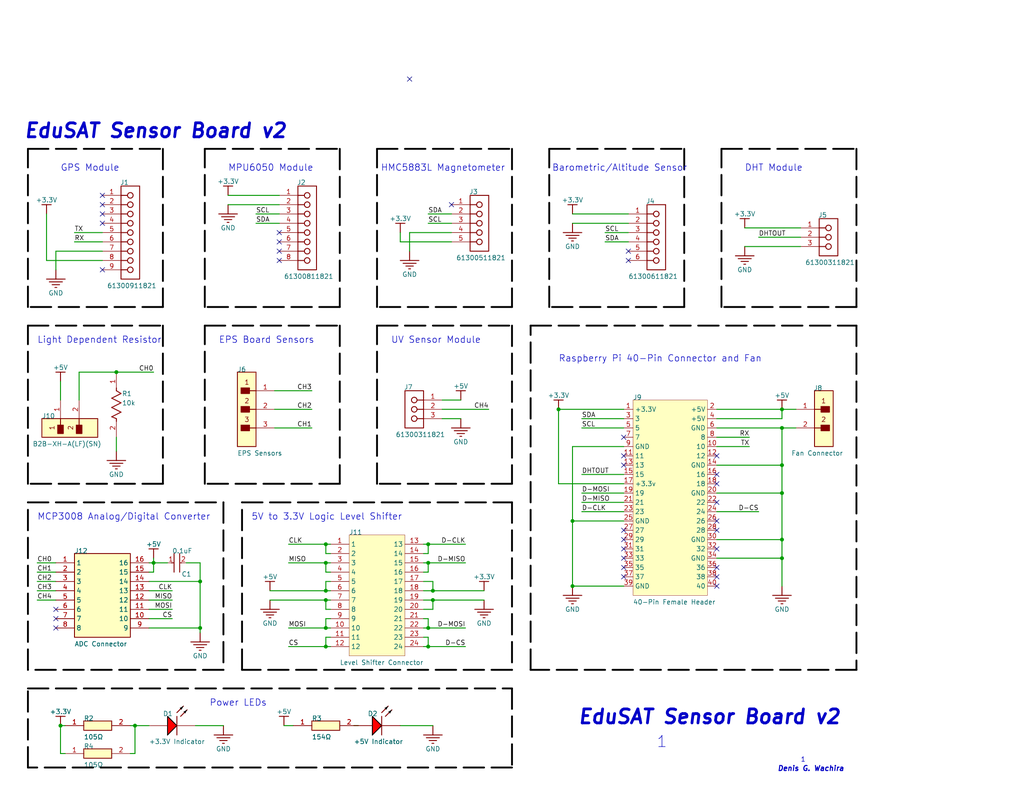
<source format=kicad_sch>
(kicad_sch (version 20231120) (generator "eeschema") (generator_version "8.0")
  (paper "A")
  (junction (at 88.9 171.45))
  (junction (at 213.36 152.4))
  (junction (at 156.21 160.02))
  (junction (at 88.9 153.67))
  (junction (at 213.36 134.62))
  (junction (at 152.4 111.76))
  (junction (at 88.9 163.83))
  (junction (at 213.36 127))
  (junction (at 88.9 161.29))
  (junction (at 116.84 176.53))
  (junction (at 41.91 153.67))
  (junction (at 213.36 116.84))
  (junction (at 31.75 101.6))
  (junction (at 88.9 148.59))
  (junction (at 156.21 142.24))
  (junction (at 213.36 147.32))
  (junction (at 54.61 158.75))
  (junction (at 118.11 161.29))
  (junction (at 116.84 171.45))
  (junction (at 116.84 148.59))
  (junction (at 16.51 198.12))
  (junction (at 36.83 198.12))
  (junction (at 116.84 153.67))
  (junction (at 54.61 171.45))
  (junction (at 213.36 111.76))
  (junction (at 118.11 163.83))
  (junction (at 88.9 176.53))
  (no_connect (at 195.58 160.02))
  (no_connect (at 123.19 55.88))
  (no_connect (at 15.24 171.45))
  (no_connect (at 195.58 137.16))
  (no_connect (at 76.2 63.5))
  (no_connect (at 195.58 154.94))
  (no_connect (at 170.18 124.46))
  (no_connect (at 170.18 144.78))
  (no_connect (at 195.58 129.54))
  (no_connect (at 195.58 124.46))
  (no_connect (at 195.58 132.08))
  (no_connect (at 170.18 149.86))
  (no_connect (at 27.94 55.88))
  (no_connect (at 171.45 68.58))
  (no_connect (at 27.94 53.34))
  (no_connect (at 76.2 71.12))
  (no_connect (at 15.24 166.37))
  (no_connect (at 195.58 149.86))
  (no_connect (at 76.2 68.58))
  (no_connect (at 170.18 157.48))
  (no_connect (at 170.18 147.32))
  (no_connect (at 15.24 168.91))
  (no_connect (at 195.58 144.78))
  (no_connect (at 170.18 154.94))
  (no_connect (at 195.58 142.24))
  (no_connect (at 27.94 73.66))
  (no_connect (at 76.2 66.04))
  (no_connect (at 27.94 60.96))
  (no_connect (at 170.18 152.4))
  (no_connect (at 170.18 127))
  (no_connect (at 170.18 119.38))
  (no_connect (at 111.76 21.59))
  (no_connect (at 27.94 58.42))
  (no_connect (at 171.45 71.12))
  (no_connect (at 195.58 157.48))
  (wire (pts (xy 115.57 166.37) (xy 118.11 166.37)) (stroke (width 0.254)))
  (wire (pts (xy 69.85 60.96) (xy 76.2 60.96)) (stroke (width 0.254)))
  (wire (pts (xy 54.61 171.45) (xy 54.61 172.72)) (stroke (width 0.254)))
  (wire (pts (xy 88.9 176.53) (xy 78.74 176.53)) (stroke (width 0.254)))
  (wire (pts (xy 78.74 148.59) (xy 88.9 148.59)) (stroke (width 0.254)))
  (wire (pts (xy 88.9 153.67) (xy 78.74 153.67)) (stroke (width 0.254)))
  (wire (pts (xy 88.9 171.45) (xy 90.17 171.45)) (stroke (width 0.254)))
  (wire (pts (xy 152.4 111.76) (xy 152.4 132.08)) (stroke (width 0.254)))
  (wire (pts (xy 88.9 163.83) (xy 88.9 166.37)) (stroke (width 0.254)))
  (wire (pts (xy 127 148.59) (xy 116.84 148.59)) (stroke (width 0.254)))
  (wire (pts (xy 152.4 111.76) (xy 170.18 111.76)) (stroke (width 0.254)))
  (wire (pts (xy 21.59 101.6) (xy 31.75 101.6)) (stroke (width 0.254)))
  (wire (pts (xy 88.9 161.29) (xy 90.17 161.29)) (stroke (width 0.254)))
  (wire (pts (xy 31.75 101.6) (xy 41.91 101.6)) (stroke (width 0.254)))
  (wire (pts (xy 170.18 142.24) (xy 156.21 142.24)) (stroke (width 0.254)))
  (wire (pts (xy 213.36 111.76) (xy 217.17 111.76)) (stroke (width 0.254)))
  (polyline (pts (xy 102.87 40.64) (xy 139.7 40.64)) (stroke (width 0.508) (type dash) (color 0 0 0 1)))
  (wire (pts (xy 115.57 156.21) (xy 116.84 156.21)) (stroke (width 0.254)))
  (polyline (pts (xy 55.88 88.9) (xy 92.71 88.9)) (stroke (width 0.508) (type dash) (color 0 0 0 1)))
  (wire (pts (xy 116.84 151.13) (xy 116.84 148.59)) (stroke (width 0.254)))
  (wire (pts (xy 10.16 161.29) (xy 15.24 161.29)) (stroke (width 0.254)))
  (wire (pts (xy 40.64 153.67) (xy 41.91 153.67)) (stroke (width 0.254)))
  (polyline (pts (xy 186.69 83.82) (xy 149.86 83.82)) (stroke (width 0.508) (type dash) (color 0 0 0 1)))
  (wire (pts (xy 20.32 66.04) (xy 27.94 66.04)) (stroke (width 0.254)))
  (wire (pts (xy 118.11 163.83) (xy 132.08 163.83)) (stroke (width 0.254)))
  (wire (pts (xy 40.64 161.29) (xy 46.99 161.29)) (stroke (width 0.254)))
  (wire (pts (xy 156.21 121.92) (xy 170.18 121.92)) (stroke (width 0.254)))
  (wire (pts (xy 115.57 171.45) (xy 116.84 171.45)) (stroke (width 0.254)))
  (wire (pts (xy 88.9 151.13) (xy 90.17 151.13)) (stroke (width 0.254)))
  (polyline (pts (xy 196.85 83.82) (xy 196.85 40.64)) (stroke (width 0.508) (type dash) (color 0 0 0 1)))
  (wire (pts (xy 88.9 173.99) (xy 88.9 176.53)) (stroke (width 0.254)))
  (wire (pts (xy 116.84 60.96) (xy 123.19 60.96)) (stroke (width 0.254)))
  (wire (pts (xy 20.32 63.5) (xy 27.94 63.5)) (stroke (width 0.254)))
  (wire (pts (xy 74.93 116.84) (xy 85.09 116.84)) (stroke (width 0.254)))
  (polyline (pts (xy 66.04 182.88) (xy 66.04 137.16)) (stroke (width 0.508) (type dash) (color 0 0 0 1)))
  (wire (pts (xy 213.36 127) (xy 213.36 116.84)) (stroke (width 0.254)))
  (wire (pts (xy 195.58 119.38) (xy 204.47 119.38)) (stroke (width 0.254)))
  (wire (pts (xy 171.45 63.5) (xy 165.1 63.5)) (stroke (width 0.254)))
  (wire (pts (xy 195.58 116.84) (xy 213.36 116.84)) (stroke (width 0.254)))
  (wire (pts (xy 60.96 198.12) (xy 53.34 198.12)) (stroke (width 0.254)))
  (polyline (pts (xy 233.68 40.64) (xy 233.68 83.82)) (stroke (width 0.508) (type dash) (color 0 0 0 1)))
  (wire (pts (xy 88.9 171.45) (xy 78.74 171.45)) (stroke (width 0.254)))
  (polyline (pts (xy 144.78 88.9) (xy 233.68 88.9)) (stroke (width 0.508) (type dash) (color 0 0 0 1)))
  (wire (pts (xy 195.58 127) (xy 213.36 127)) (stroke (width 0.254)))
  (wire (pts (xy 16.51 198.12) (xy 17.78 198.12)) (stroke (width 0.254)))
  (wire (pts (xy 109.22 66.04) (xy 123.19 66.04)) (stroke (width 0.254)))
  (polyline (pts (xy 186.69 40.64) (xy 186.69 83.82)) (stroke (width 0.508) (type dash) (color 0 0 0 1)))
  (wire (pts (xy 116.84 176.53) (xy 127 176.53)) (stroke (width 0.254)))
  (polyline (pts (xy 144.78 182.88) (xy 144.78 88.9)) (stroke (width 0.508) (type dash) (color 0 0 0 1)))
  (wire (pts (xy 115.57 173.99) (xy 116.84 173.99)) (stroke (width 0.254)))
  (wire (pts (xy 170.18 134.62) (xy 158.75 134.62)) (stroke (width 0.254)))
  (polyline (pts (xy 55.88 132.08) (xy 55.88 88.9)) (stroke (width 0.508) (type dash) (color 0 0 0 1)))
  (polyline (pts (xy 139.7 137.16) (xy 139.7 182.88)) (stroke (width 0.508) (type dash) (color 0 0 0 1)))
  (wire (pts (xy 109.22 63.5) (xy 109.22 66.04)) (stroke (width 0.254)))
  (wire (pts (xy 123.19 63.5) (xy 111.76 63.5)) (stroke (width 0.254)))
  (wire (pts (xy 195.58 152.4) (xy 213.36 152.4)) (stroke (width 0.254)))
  (wire (pts (xy 74.93 106.68) (xy 85.09 106.68)) (stroke (width 0.254)))
  (wire (pts (xy 85.09 111.76) (xy 74.93 111.76)) (stroke (width 0.254)))
  (polyline (pts (xy 55.88 83.82) (xy 55.88 40.64)) (stroke (width 0.508) (type dash) (color 0 0 0 1)))
  (wire (pts (xy 213.36 147.32) (xy 213.36 134.62)) (stroke (width 0.254)))
  (wire (pts (xy 195.58 114.3) (xy 213.36 114.3)) (stroke (width 0.254)))
  (polyline (pts (xy 139.7 187.96) (xy 139.7 209.55)) (stroke (width 0.508) (type dash) (color 0 0 0 1)))
  (wire (pts (xy 76.2 55.88) (xy 62.23 55.88)) (stroke (width 0.254)))
  (wire (pts (xy 111.76 63.5) (xy 111.76 68.58)) (stroke (width 0.254)))
  (wire (pts (xy 115.57 176.53) (xy 116.84 176.53)) (stroke (width 0.254)))
  (wire (pts (xy 195.58 111.76) (xy 213.36 111.76)) (stroke (width 0.254)))
  (wire (pts (xy 46.99 168.91) (xy 40.64 168.91)) (stroke (width 0.254)))
  (polyline (pts (xy 44.45 132.08) (xy 7.62 132.08)) (stroke (width 0.508) (type dash) (color 0 0 0 1)))
  (wire (pts (xy 31.75 123.19) (xy 31.75 119.38)) (stroke (width 0.254)))
  (wire (pts (xy 158.75 114.3) (xy 170.18 114.3)) (stroke (width 0.254)))
  (wire (pts (xy 116.84 153.67) (xy 127 153.67)) (stroke (width 0.254)))
  (polyline (pts (xy 60.96 182.88) (xy 7.62 182.88)) (stroke (width 0.508) (type dash) (color 0 0 0 1)))
  (wire (pts (xy 118.11 158.75) (xy 118.11 161.29)) (stroke (width 0.254)))
  (wire (pts (xy 41.91 152.4) (xy 41.91 153.67)) (stroke (width 0.254)))
  (wire (pts (xy 115.57 163.83) (xy 118.11 163.83)) (stroke (width 0.254)))
  (wire (pts (xy 207.01 64.77) (xy 218.44 64.77)) (stroke (width 0.254)))
  (wire (pts (xy 36.83 198.12) (xy 35.56 198.12)) (stroke (width 0.254)))
  (polyline (pts (xy 7.62 88.9) (xy 44.45 88.9)) (stroke (width 0.508) (type dash) (color 0 0 0 1)))
  (wire (pts (xy 73.66 163.83) (xy 88.9 163.83)) (stroke (width 0.254)))
  (wire (pts (xy 156.21 142.24) (xy 156.21 121.92)) (stroke (width 0.254)))
  (polyline (pts (xy 66.04 137.16) (xy 139.7 137.16)) (stroke (width 0.508) (type dash) (color 0 0 0 1)))
  (wire (pts (xy 10.16 153.67) (xy 15.24 153.67)) (stroke (width 0.254)))
  (wire (pts (xy 156.21 160.02) (xy 170.18 160.02)) (stroke (width 0.254)))
  (wire (pts (xy 77.47 198.12) (xy 80.01 198.12)) (stroke (width 0.254)))
  (wire (pts (xy 73.66 161.29) (xy 88.9 161.29)) (stroke (width 0.254)))
  (polyline (pts (xy 139.7 132.08) (xy 102.87 132.08)) (stroke (width 0.508) (type dash) (color 0 0 0 1)))
  (polyline (pts (xy 139.7 182.88) (xy 66.04 182.88)) (stroke (width 0.508) (type dash) (color 0 0 0 1)))
  (wire (pts (xy 90.17 168.91) (xy 88.9 168.91)) (stroke (width 0.254)))
  (polyline (pts (xy 139.7 83.82) (xy 102.87 83.82)) (stroke (width 0.508) (type dash) (color 0 0 0 1)))
  (wire (pts (xy 69.85 58.42) (xy 76.2 58.42)) (stroke (width 0.254)))
  (polyline (pts (xy 7.62 187.96) (xy 139.7 187.96)) (stroke (width 0.508) (type dash) (color 0 0 0 1)))
  (wire (pts (xy 16.51 104.14) (xy 16.51 109.22)) (stroke (width 0.254)))
  (wire (pts (xy 170.18 116.84) (xy 158.75 116.84)) (stroke (width 0.254)))
  (wire (pts (xy 97.79 198.12) (xy 96.52 198.12)) (stroke (width 0.254)))
  (polyline (pts (xy 92.71 88.9) (xy 92.71 132.08)) (stroke (width 0.508) (type dash) (color 0 0 0 1)))
  (wire (pts (xy 40.64 198.12) (xy 36.83 198.12)) (stroke (width 0.254)))
  (wire (pts (xy 90.17 153.67) (xy 88.9 153.67)) (stroke (width 0.254)))
  (wire (pts (xy 120.65 111.76) (xy 133.35 111.76)) (stroke (width 0.254)))
  (wire (pts (xy 156.21 58.42) (xy 171.45 58.42)) (stroke (width 0.254)))
  (wire (pts (xy 54.61 153.67) (xy 54.61 158.75)) (stroke (width 0.254)))
  (wire (pts (xy 158.75 129.54) (xy 170.18 129.54)) (stroke (width 0.254)))
  (wire (pts (xy 213.36 134.62) (xy 213.36 127)) (stroke (width 0.254)))
  (wire (pts (xy 195.58 134.62) (xy 213.36 134.62)) (stroke (width 0.254)))
  (wire (pts (xy 204.47 121.92) (xy 195.58 121.92)) (stroke (width 0.254)))
  (wire (pts (xy 90.17 173.99) (xy 88.9 173.99)) (stroke (width 0.254)))
  (polyline (pts (xy 102.87 132.08) (xy 102.87 88.9)) (stroke (width 0.508) (type dash) (color 0 0 0 1)))
  (wire (pts (xy 116.84 168.91) (xy 116.84 171.45)) (stroke (width 0.254)))
  (wire (pts (xy 118.11 161.29) (xy 132.08 161.29)) (stroke (width 0.254)))
  (wire (pts (xy 125.73 114.3) (xy 120.65 114.3)) (stroke (width 0.254)))
  (polyline (pts (xy 7.62 132.08) (xy 7.62 88.9)) (stroke (width 0.508) (type dash) (color 0 0 0 1)))
  (wire (pts (xy 88.9 163.83) (xy 90.17 163.83)) (stroke (width 0.254)))
  (wire (pts (xy 46.99 163.83) (xy 40.64 163.83)) (stroke (width 0.254)))
  (wire (pts (xy 195.58 147.32) (xy 213.36 147.32)) (stroke (width 0.254)))
  (wire (pts (xy 116.84 156.21) (xy 116.84 153.67)) (stroke (width 0.254)))
  (polyline (pts (xy 44.45 88.9) (xy 44.45 132.08)) (stroke (width 0.508) (type dash) (color 0 0 0 1)))
  (wire (pts (xy 116.84 171.45) (xy 127 171.45)) (stroke (width 0.254)))
  (wire (pts (xy 41.91 153.67) (xy 45.72 153.67)) (stroke (width 0.254)))
  (wire (pts (xy 213.36 116.84) (xy 217.17 116.84)) (stroke (width 0.254)))
  (polyline (pts (xy 7.62 209.55) (xy 7.62 187.96)) (stroke (width 0.508) (type dash) (color 0 0 0 1)))
  (wire (pts (xy 41.91 153.67) (xy 41.91 156.21)) (stroke (width 0.254)))
  (wire (pts (xy 54.61 158.75) (xy 54.61 171.45)) (stroke (width 0.254)))
  (polyline (pts (xy 233.68 83.82) (xy 196.85 83.82)) (stroke (width 0.508) (type dash) (color 0 0 0 1)))
  (wire (pts (xy 171.45 60.96) (xy 156.21 60.96)) (stroke (width 0.254)))
  (wire (pts (xy 88.9 156.21) (xy 90.17 156.21)) (stroke (width 0.254)))
  (polyline (pts (xy 7.62 182.88) (xy 7.62 137.16)) (stroke (width 0.508) (type dash) (color 0 0 0 1)))
  (polyline (pts (xy 44.45 83.82) (xy 7.62 83.82)) (stroke (width 0.508) (type dash) (color 0 0 0 1)))
  (polyline (pts (xy 149.86 83.82) (xy 149.86 40.64)) (stroke (width 0.508) (type dash) (color 0 0 0 1)))
  (wire (pts (xy 213.36 160.02) (xy 213.36 152.4)) (stroke (width 0.254)))
  (wire (pts (xy 88.9 158.75) (xy 90.17 158.75)) (stroke (width 0.254)))
  (wire (pts (xy 158.75 137.16) (xy 170.18 137.16)) (stroke (width 0.254)))
  (wire (pts (xy 88.9 161.29) (xy 88.9 158.75)) (stroke (width 0.254)))
  (polyline (pts (xy 233.68 182.88) (xy 144.78 182.88)) (stroke (width 0.508) (type dash) (color 0 0 0 1)))
  (wire (pts (xy 40.64 171.45) (xy 54.61 171.45)) (stroke (width 0.254)))
  (wire (pts (xy 213.36 152.4) (xy 213.36 147.32)) (stroke (width 0.254)))
  (wire (pts (xy 10.16 158.75) (xy 15.24 158.75)) (stroke (width 0.254)))
  (wire (pts (xy 116.84 58.42) (xy 123.19 58.42)) (stroke (width 0.254)))
  (polyline (pts (xy 139.7 88.9) (xy 139.7 132.08)) (stroke (width 0.508) (type dash) (color 0 0 0 1)))
  (polyline (pts (xy 7.62 40.64) (xy 44.45 40.64)) (stroke (width 0.508) (type dash) (color 0 0 0 1)))
  (polyline (pts (xy 92.71 40.64) (xy 92.71 83.82)) (stroke (width 0.508) (type dash) (color 0 0 0 1)))
  (wire (pts (xy 115.57 153.67) (xy 116.84 153.67)) (stroke (width 0.254)))
  (wire (pts (xy 115.57 151.13) (xy 116.84 151.13)) (stroke (width 0.254)))
  (polyline (pts (xy 149.86 40.64) (xy 186.69 40.64)) (stroke (width 0.508) (type dash) (color 0 0 0 1)))
  (wire (pts (xy 88.9 148.59) (xy 90.17 148.59)) (stroke (width 0.254)))
  (wire (pts (xy 218.44 67.31) (xy 203.2 67.31)) (stroke (width 0.254)))
  (wire (pts (xy 40.64 166.37) (xy 46.99 166.37)) (stroke (width 0.254)))
  (wire (pts (xy 213.36 114.3) (xy 213.36 111.76)) (stroke (width 0.254)))
  (wire (pts (xy 116.84 173.99) (xy 116.84 176.53)) (stroke (width 0.254)))
  (wire (pts (xy 16.51 205.74) (xy 16.51 198.12)) (stroke (width 0.254)))
  (wire (pts (xy 115.57 158.75) (xy 118.11 158.75)) (stroke (width 0.254)))
  (wire (pts (xy 88.9 176.53) (xy 90.17 176.53)) (stroke (width 0.254)))
  (polyline (pts (xy 44.45 40.64) (xy 44.45 83.82)) (stroke (width 0.508) (type dash) (color 0 0 0 1)))
  (polyline (pts (xy 92.71 83.82) (xy 55.88 83.82)) (stroke (width 0.508) (type dash) (color 0 0 0 1)))
  (wire (pts (xy 21.59 109.22) (xy 21.59 101.6)) (stroke (width 0.254)))
  (polyline (pts (xy 196.85 40.64) (xy 233.68 40.64)) (stroke (width 0.508) (type dash) (color 0 0 0 1)))
  (wire (pts (xy 15.24 68.58) (xy 27.94 68.58)) (stroke (width 0.254)))
  (wire (pts (xy 41.91 156.21) (xy 40.64 156.21)) (stroke (width 0.254)))
  (polyline (pts (xy 7.62 83.82) (xy 7.62 40.64)) (stroke (width 0.508) (type dash) (color 0 0 0 1)))
  (polyline (pts (xy 55.88 40.64) (xy 92.71 40.64)) (stroke (width 0.508) (type dash) (color 0 0 0 1)))
  (polyline (pts (xy 139.7 209.55) (xy 7.62 209.55)) (stroke (width 0.508) (type dash) (color 0 0 0 1)))
  (wire (pts (xy 12.7 71.12) (xy 12.7 58.42)) (stroke (width 0.254)))
  (wire (pts (xy 156.21 160.02) (xy 156.21 142.24)) (stroke (width 0.254)))
  (wire (pts (xy 116.84 148.59) (xy 115.57 148.59)) (stroke (width 0.254)))
  (wire (pts (xy 152.4 132.08) (xy 170.18 132.08)) (stroke (width 0.254)))
  (wire (pts (xy 115.57 168.91) (xy 116.84 168.91)) (stroke (width 0.254)))
  (wire (pts (xy 50.8 153.67) (xy 54.61 153.67)) (stroke (width 0.254)))
  (wire (pts (xy 88.9 166.37) (xy 90.17 166.37)) (stroke (width 0.254)))
  (polyline (pts (xy 92.71 132.08) (xy 55.88 132.08)) (stroke (width 0.508) (type dash) (color 0 0 0 1)))
  (polyline (pts (xy 102.87 88.9) (xy 139.7 88.9)) (stroke (width 0.508) (type dash) (color 0 0 0 1)))
  (wire (pts (xy 15.24 73.66) (xy 15.24 68.58)) (stroke (width 0.254)))
  (wire (pts (xy 62.23 53.34) (xy 76.2 53.34)) (stroke (width 0.254)))
  (polyline (pts (xy 60.96 137.16) (xy 60.96 182.88)) (stroke (width 0.508) (type dash) (color 0 0 0 1)))
  (wire (pts (xy 203.2 62.23) (xy 218.44 62.23)) (stroke (width 0.254)))
  (wire (pts (xy 165.1 66.04) (xy 171.45 66.04)) (stroke (width 0.254)))
  (wire (pts (xy 195.58 139.7) (xy 207.01 139.7)) (stroke (width 0.254)))
  (wire (pts (xy 118.11 166.37) (xy 118.11 163.83)) (stroke (width 0.254)))
  (wire (pts (xy 125.73 109.22) (xy 120.65 109.22)) (stroke (width 0.254)))
  (wire (pts (xy 10.16 163.83) (xy 15.24 163.83)) (stroke (width 0.254)))
  (polyline (pts (xy 7.62 137.16) (xy 60.96 137.16)) (stroke (width 0.508) (type dash) (color 0 0 0 1)))
  (wire (pts (xy 36.83 205.74) (xy 35.56 205.74)) (stroke (width 0.254)))
  (wire (pts (xy 88.9 153.67) (xy 88.9 156.21)) (stroke (width 0.254)))
  (wire (pts (xy 115.57 161.29) (xy 118.11 161.29)) (stroke (width 0.254)))
  (wire (pts (xy 118.11 198.12) (xy 109.22 198.12)) (stroke (width 0.254)))
  (wire (pts (xy 17.78 205.74) (xy 16.51 205.74)) (stroke (width 0.254)))
  (polyline (pts (xy 102.87 83.82) (xy 102.87 40.64)) (stroke (width 0.508) (type dash) (color 0 0 0 1)))
  (polyline (pts (xy 233.68 88.9) (xy 233.68 182.88)) (stroke (width 0.508) (type dash) (color 0 0 0 1)))
  (polyline (pts (xy 139.7 40.64) (xy 139.7 83.82)) (stroke (width 0.508) (type dash) (color 0 0 0 1)))
  (wire (pts (xy 36.83 198.12) (xy 36.83 205.74)) (stroke (width 0.254)))
  (wire (pts (xy 40.64 158.75) (xy 54.61 158.75)) (stroke (width 0.254)))
  (wire (pts (xy 27.94 71.12) (xy 12.7 71.12)) (stroke (width 0.254)))
  (wire (pts (xy 88.9 148.59) (xy 88.9 151.13)) (stroke (width 0.254)))
  (wire (pts (xy 170.18 139.7) (xy 158.75 139.7)) (stroke (width 0.254)))
  (wire (pts (xy 10.16 156.21) (xy 15.24 156.21)) (stroke (width 0.254)))
  (wire (pts (xy 88.9 168.91) (xy 88.9 171.45)) (stroke (width 0.254)))
  (text "${#}" (at 179.07 204.47 0) (effects (font (size 3.048 3.048)) (justify left bottom)))
  (text "MCP3008 Analog/Digital Converter" (at 10.16 142.24 0) (effects (font (size 1.778 1.778)) (justify left bottom)))
  (text "HMC5883L Magnetometer" (at 103.886 46.99 0) (effects (font (size 1.778 1.778)) (justify left bottom)))
  (text "Power LEDs" (at 57.15 193.04 0) (effects (font (size 1.778 1.778)) (justify left bottom)))
  (text "5V to 3.3V Logic Level Shifter" (at 68.58 142.24 0) (effects (font (size 1.778 1.778)) (justify left bottom)))
  (text "DHT Module" (at 203.2 46.99 0) (effects (font (size 1.778 1.778)) (justify left bottom)))
  (text "Raspberry Pi 40-Pin Connector and Fan" (at 152.4 99.06 0) (effects (font (size 1.778 1.778)) (justify left bottom)))
  (text "EPS Board Sensors" (at 59.69 93.98 0) (effects (font (size 1.778 1.778)) (justify left bottom)))
  (text "EduSAT Sensor Board v2" (at 6.35 38.1 0) (effects (font (size 3.81 3.81) (bold yes) (italic yes)) (justify left bottom)))
  (text "EduSAT Sensor Board v2" (at 157.48 198.12 0) (effects (font (size 3.81 3.81) (bold yes) (italic yes)) (justify left bottom)))
  (text "MPU6050 Module" (at 62.23 46.99 0) (effects (font (size 1.778 1.778)) (justify left bottom)))
  (text "Barometric/Altitude Sensor" (at 150.622 46.99 0) (effects (font (size 1.778 1.778)) (justify left bottom)))
  (text "Denis G. Wachira" (at 212.09 210.82 0) (effects (font (size 1.397 1.397) (bold yes) (italic yes)) (justify left bottom)))
  (text "${##}" (at 218.44 208.28 0) (effects (font (size 1.27 1.27)) (justify left bottom)))
  (text "GPS Module" (at 16.51 46.99 0) (effects (font (size 1.778 1.778)) (justify left bottom)))
  (text "Light Dependent Resistor" (at 10.16 93.98 0) (effects (font (size 1.778 1.778)) (justify left bottom)))
  (text "UV Sensor Module" (at 106.68 93.98 0) (effects (font (size 1.778 1.778)) (justify left bottom)))
  (label "CS" (at 46.99 168.91 180))
  (label "D-MOSI" (at 158.75 134.62 0))
  (label "D-CS" (at 207.01 139.7 180))
  (label "MOSI" (at 46.99 166.37 180))
  (label "TX" (at 204.47 121.92 180))
  (label "SDA" (at 158.75 114.3 0))
  (label "CH3" (at 10.16 161.29 0))
  (label "SDA" (at 69.85 60.96 0))
  (label "D-MISO" (at 158.75 137.16 0))
  (label "RX" (at 204.47 119.38 180))
  (label "CH2" (at 85.09 111.76 180))
  (label "D-CS" (at 127 176.53 180))
  (label "CH1" (at 10.16 156.21 0))
  (label "D-MOSI" (at 127 171.45 180))
  (label "CH0" (at 41.91 101.6 180))
  (label "CLK" (at 78.74 148.59 0))
  (label "SCL" (at 116.84 60.96 0))
  (label "D-CLK" (at 158.75 139.7 0))
  (label "D-MISO" (at 127 153.67 180))
  (label "CH4" (at 10.16 163.83 0))
  (label "CH4" (at 133.35 111.76 180))
  (label "CH1" (at 85.09 116.84 180))
  (label "DHTOUT" (at 207.01 64.77 0))
  (label "DHTOUT" (at 158.75 129.54 0))
  (label "RX" (at 20.32 66.04 0))
  (label "SCL" (at 69.85 58.42 0))
  (label "SCL" (at 165.1 63.5 0))
  (label "CLK" (at 46.99 161.29 180))
  (label "MISO" (at 46.99 163.83 180))
  (label "CH2" (at 10.16 158.75 0))
  (label "MISO" (at 78.74 153.67 0))
  (label "SDA" (at 165.1 66.04 0))
  (label "CH3" (at 85.09 106.68 180))
  (label "SCL" (at 158.75 116.84 0))
  (label "CH0" (at 10.16 153.67 0))
  (label "MOSI" (at 78.74 171.45 0))
  (label "SDA" (at 116.84 58.42 0))
  (label "D-CLK" (at 127 148.59 180))
  (label "CS" (at 78.74 176.53 0))
  (label "TX" (at 20.32 63.5 0))
  (symbol (lib_id "SensorSchem-altium-import:GND_POWER_GROUND") (at 15.24 73.66 0) (unit 1)
    (property "Reference" "#PWR?" (effects (hide yes)))
    (property "Value" "GND" (at 15.24 80.01 0))
  )
  (symbol (lib_id "SensorSchem-altium-import:GND_POWER_GROUND") (at 132.08 163.83 0) (unit 1)
    (property "Reference" "#PWR?" (effects (hide yes)))
    (property "Value" "GND" (at 132.08 170.18 0))
  )
  (symbol (lib_id "SensorSchem-altium-import:+3.3V_BAR") (at 109.22 63.5 180) (unit 1)
    (property "Reference" "#PWR?" (effects (hide yes)))
    (property "Value" "+3.3V" (at 109.22 59.69 0))
  )
  (symbol (lib_id "SensorSchem-altium-import:root_0_mirrored_3bc925449376181038e59eaffc5286c") (at 217.17 111.76 0) (unit 1)
    (property "Reference" "J8" (at 221.996 106.68 0) (effects (justify left bottom)))
    (property "Value" "Fan Connector" (at 215.9 124.46 0) (effects (justify left bottom)))
    (property "Footprint" "FP-B2B-XH-A_LF_SN-MFG" (effects (hide yes)))
    (property "CURRENT RATING" "3A" (effects (hide yes)))
    (property "PACKAGING" "Bulk" (effects (hide yes)))
    (property "VOLTAGE RATING" "250V" (effects (hide yes)))
    (property "NUMBER OF CONTACTS" "2" (effects (hide yes)))
    (property "CONTACT RESISTANCE" "20mR" (effects (hide yes)))
    (property "CONTACT MATERIAL" "Brass" (effects (hide yes)))
    (property "LEAD FREE" "Lead Free" (effects (hide yes)))
    (property "ORIENTATION" "Straight" (effects (hide yes)))
    (property "CONTACT PLATING" "Tin" (effects (hide yes)))
    (property "MAX CURRENT RATING" "3A" (effects (hide yes)))
    (property "TERMINATION" "Solder" (effects (hide yes)))
    (property "FASTENING TYPE" "Detent" (effects (hide yes)))
    (property "DEPTH" "5.75mm" (effects (hide yes)))
    (property "HOUSING MATERIAL" "Polyamide" (effects (hide yes)))
    (property "REACH SVHC" "No SVHC" (effects (hide yes)))
    (property "SERIES" "XH" (effects (hide yes)))
    (property "WIRE/CABLE GAUGE" "22AWG" (effects (hide yes)))
    (property "VOLTAGE RATING (AC)" "250V" (effects (hide yes)))
    (property "NUMBER OF POSITIONS" "2" (effects (hide yes)))
    (property "INSULATION RESISTANCE" "1GR" (effects (hide yes)))
    (property "COLOR" "Natural" (effects (hide yes)))
    (property "CONTACT TYPE" "Male Pin" (effects (hide yes)))
    (property "MAX VOLTAGE RATING (DC)" "250V" (effects (hide yes)))
    (property "PITCH" "2.5mm" (effects (hide yes)))
    (property "LEAD PITCH" "2.5mm" (effects (hide yes)))
    (property "MOUNT" "Through Hole" (effects (hide yes)))
    (property "MAX OPERATING TEMPERATURE" "85°C" (effects (hide yes)))
    (property "LENGTH" "7.4mm" (effects (hide yes)))
    (property "MAX VOLTAGE RATING (AC)" "250V" (effects (hide yes)))
    (property "MIN OPERATING TEMPERATURE" "-25°C" (effects (hide yes)))
    (property "NUMBER OF ROWS" "1" (effects (hide yes)))
    (property "CONNECTOR TYPE" "Male Pin" (effects (hide yes)))
    (property "HOUSING COLOR" "White" (effects (hide yes)))
  )
  (symbol (lib_id "SensorSchem-altium-import:+3.3V_BAR") (at 12.7 58.42 180) (unit 1)
    (property "Reference" "#PWR?" (effects (hide yes)))
    (property "Value" "+3.3V" (at 12.7 54.61 0))
  )
  (symbol (lib_id "SensorSchem-altium-import:GND_POWER_GROUND") (at 156.21 60.96 0) (unit 1)
    (property "Reference" "#PWR?" (effects (hide yes)))
    (property "Value" "GND" (at 156.21 67.31 0))
  )
  (symbol (lib_id "SensorSchem-altium-import:root_0_Level Shifter") (at 102.87 161.29 0) (unit 1)
    (property "Reference" "J11" (at 95.25 146.05 0) (effects (justify left bottom)))
    (property "Value" "Level Shifter Connector" (at 92.71 181.61 0) (effects (justify left bottom)))
    (property "Footprint" "61301221821" (effects (hide yes)))
    (property "MAX OPERATING TEMPERATURE" "125°C" (effects (hide yes)))
    (property "MOUNTING TECHNOLOGY" "Board" (effects (hide yes)))
    (property "MIN OPERATING TEMPERATURE" "-40°C" (effects (hide yes)))
    (property "ROHS COMPLIANT" "Yes" (effects (hide yes)))
    (property "CONNECTOR TYPE" "BOARD CONNECTOR" (effects (hide yes)))
  )
  (symbol (lib_id "SensorSchem-altium-import:GND_POWER_GROUND") (at 54.61 172.72 0) (unit 1)
    (property "Reference" "#PWR?" (effects (hide yes)))
    (property "Value" "GND" (at 54.61 179.07 0))
  )
  (symbol (lib_id "SensorSchem-altium-import:root_0_DILB16P-223TLF") (at 27.94 163.83 0) (unit 1)
    (property "Reference" "J12" (at 20.32 151.13 0) (effects (justify left bottom)))
    (property "Value" "ADC Connector" (at 20.32 176.53 0) (effects (justify left bottom)))
    (property "Footprint" "AMPHENOL_DILB16P-223TLF" (effects (hide yes)))
    (property "AVAILABILITY" "In Stock" (effects (hide yes)))
    (property "ALTIUM_VALUE" "*" (effects (hide yes)))
    (property "COMPONENT TYPE" "Standard" (effects (hide yes)))
    (property "CHECK_PRICES" "https://www.snapeda.com/parts/DILB16P-223TLF/Amphenol+FCI/view-part/?ref=eda" (effects (hide yes)))
    (property "DESIGN ITEM ID" "DILB16P-223TLF" (effects (hide yes)))
    (property "CASE/PACKAGE" "None" (effects (hide yes)))
    (property "MP" "DILB16P-223TLF" (effects (hide yes)))
    (property "MF" "Amphenol ICC (FCI)" (effects (hide yes)))
    (property "SOURCE" "DILB16P-223TLF.SchLib" (effects (hide yes)))
    (property "PRICE" "None" (effects (hide yes)))
    (property "PINS" "16" (effects (hide yes)))
    (property "SNAPEDA_LINK" "https://www.snapeda.com/parts/DILB16P-223TLF/Amphenol+FCI/view-part/?ref=snap" (effects (hide yes)))
  )
  (symbol (lib_id "SensorSchem-altium-import:+5V_BAR") (at 16.51 104.14 180) (unit 1)
    (property "Reference" "#PWR?" (effects (hide yes)))
    (property "Value" "+5V" (at 16.51 100.33 0))
  )
  (symbol (lib_id "SensorSchem-altium-import:root_0_LED-RED-AK-2") (at 45.72 195.58 0) (unit 1)
    (property "Reference" "D1" (at 44.45 195.58 0) (effects (justify left bottom)))
    (property "Value" "+3.3V Indicator" (at 40.64 203.2 0) (effects (justify left bottom)))
    (property "Footprint" "LTST-C170KRKT_V" (effects (hide yes)))
    (property "MIN OPERATING TEMPERATURE" "-55degC" (effects (hide yes)))
    (property "ROHSCOMPLIANT" "True" (effects (hide yes)))
    (property "LENGTH" "3.2mm" (effects (hide yes)))
    (property "WIDTH" "1.25mm" (effects (hide yes)))
    (property "MOUNT" "SurfaceMount" (effects (hide yes)))
    (property "PACKAGING" "TapeandReel" (effects (hide yes)))
    (property "LENS TRANSPARENCY" "Clear" (effects (hide yes)))
    (property "NUMBER OF ELEMENTS" "1" (effects (hide yes)))
    (property "NUMBER OF LEDS" "1" (effects (hide yes)))
    (property "RADIATION HARDENING" "No" (effects (hide yes)))
    (property "POWER RATING" "75mW" (effects (hide yes)))
    (property "LUMINOUS INTENSITY" "54mcd" (effects (hide yes)))
    (property "DATASHEET URL" "http://optoelectronics.liteon.com/upload/download/DS-22-99-0150/LTST-C170KRKT.pdf" (effects (hide yes)))
    (property "DATASHEET VERSION" "Rev. D, 11/2014" (effects (hide yes)))
    (property "CASE CODE (METRIC)" "2012" (effects (hide yes)))
    (property "HEIGHT" "1.1mm" (effects (hide yes)))
    (property "MANUFACTURER" "Lite-On" (effects (hide yes)))
    (property "NUMBER OF PINS" "2" (effects (hide yes)))
    (property "VIEWING ANGLE" "130degrees" (effects (hide yes)))
    (property "PACKAGE DESCRIPTION" "2-Pin Surface Mount Device, Body 2 x 1.25 mm" (effects (hide yes)))
    (property "FORWARD CURRENT" "30mA" (effects (hide yes)))
    (property "WAVELENGTH" "639nm" (effects (hide yes)))
    (property "LENS STYLE" "Rectangular" (effects (hide yes)))
    (property "MANUFACTURER URL" "http://www.us.liteon.com/" (effects (hide yes)))
    (property "CAS~{E}/PACKAGE" "0805" (effects (hide yes)))
    (property "TEST CURRENT" "20mA" (effects (hide yes)))
    (property "DOMINANT WAVELENGTH" "631nm" (effects (hide yes)))
    (property "LEAD FREE" "LeadFree" (effects (hide yes)))
    (property "FORWARD VOLTAGE" "2V" (effects (hide yes)))
    (property "ILLUMINATION COLOUR" "Red" (effects (hide yes)))
    (property "COLOUR" "Red" (effects (hide yes)))
    (property "CASE CODE (IMPERIAL)" "0805" (effects (hide yes)))
    (property "MAX OPERATING TEMPERATURE" "85degC" (effects (hide yes)))
    (property "POWER DISSIPATION" "75mW" (effects (hide yes)))
    (property "MOUNTING TECHNOLOGY" "SurfaceMount" (effects (hide yes)))
    (property "PACKAGE REFERENCE" "C170KRKT" (effects (hide yes)))
    (property "PACKAGE QUANTITY" "1" (effects (hide yes)))
    (property "DEPTH" "1.6mm" (effects (hide yes)))
    (property "LENS COLOUR" "Colorless" (effects (hide yes)))
  )
  (symbol (lib_id "SensorSchem-altium-import:GND_POWER_GROUND") (at 31.75 123.19 0) (unit 1)
    (property "Reference" "#PWR?" (effects (hide yes)))
    (property "Value" "GND" (at 31.75 129.54 0))
  )
  (symbol (lib_id "SensorSchem-altium-import:+3.3V_BAR") (at 203.2 62.23 180) (unit 1)
    (property "Reference" "#PWR?" (effects (hide yes)))
    (property "Value" "+3.3V" (at 203.2 58.42 0))
  )
  (symbol (lib_id "SensorSchem-altium-import:+3.3V_BAR") (at 16.51 198.12 180) (unit 1)
    (property "Reference" "#PWR?" (effects (hide yes)))
    (property "Value" "+3.3V" (at 16.51 194.31 0))
  )
  (symbol (lib_id "SensorSchem-altium-import:root_0_mirrored_Header_Female_1R_03P") (at 115.57 106.68 0) (unit 1)
    (property "Reference" "J7" (at 110.236 106.426 0) (effects (justify left bottom)))
    (property "Value" "61300311821" (at 107.95 119.38 0) (effects (justify left bottom)))
    (property "Footprint" "61300311821" (effects (hide yes)))
    (property "CONTACT RESISTANCE" "20mΩ" (effects (hide yes)))
    (property "CURRENT RATING" "3A" (effects (hide yes)))
    (property "GENDER" "Female" (effects (hide yes)))
    (property "ROHS" "Non-Compliant" (effects (hide yes)))
    (property "NEXARPARTID" "61924710" (effects (hide yes)))
    (property "NUMBER OF PINS" "3" (effects (hide yes)))
    (property "ORIENTATION" "Vertical" (effects (hide yes)))
    (property "OPERATING SUPPLY VOLTAGE" "250V" (effects (hide yes)))
    (property "LEAD PITCH" "2.54mm" (effects (hide yes)))
  )
  (symbol (lib_id "SensorSchem-altium-import:root_1_3bc925449376181038e59eaffc5286c") (at 16.51 109.22 0) (unit 1)
    (property "Reference" "J10" (at 11.43 114.3 0) (effects (justify left bottom)))
    (property "Value" "B2B-XH-A(LF)(SN)" (at 8.89 121.92 0) (effects (justify left bottom)))
    (property "Footprint" "FP-B2B-XH-A_LF_SN-MFG" (effects (hide yes)))
    (property "CURRENT RATING" "3A" (effects (hide yes)))
    (property "PACKAGING" "Bulk" (effects (hide yes)))
    (property "VOLTAGE RATING" "250V" (effects (hide yes)))
    (property "NUMBER OF CONTACTS" "2" (effects (hide yes)))
    (property "CONTACT RESISTANCE" "20mR" (effects (hide yes)))
    (property "CONTACT MATERIAL" "Brass" (effects (hide yes)))
    (property "LEAD FREE" "Lead Free" (effects (hide yes)))
    (property "ORIENTATION" "Straight" (effects (hide yes)))
    (property "CONTACT PLATING" "Tin" (effects (hide yes)))
    (property "MAX CURRENT RATING" "3A" (effects (hide yes)))
    (property "TERMINATION" "Solder" (effects (hide yes)))
    (property "FASTENING TYPE" "Detent" (effects (hide yes)))
    (property "DEPTH" "5.75mm" (effects (hide yes)))
    (property "HOUSING MATERIAL" "Polyamide" (effects (hide yes)))
    (property "REACH SVHC" "No SVHC" (effects (hide yes)))
    (property "SERIES" "XH" (effects (hide yes)))
    (property "WIRE/CABLE GAUGE" "22AWG" (effects (hide yes)))
    (property "VOLTAGE RATING (AC)" "250V" (effects (hide yes)))
    (property "NUMBER OF POSITIONS" "2" (effects (hide yes)))
    (property "INSULATION RESISTANCE" "1GR" (effects (hide yes)))
    (property "COLOR" "Natural" (effects (hide yes)))
    (property "CONTACT TYPE" "Male Pin" (effects (hide yes)))
    (property "MAX VOLTAGE RATING (DC)" "250V" (effects (hide yes)))
    (property "PITCH" "2.5mm" (effects (hide yes)))
    (property "LEAD PITCH" "2.5mm" (effects (hide yes)))
    (property "MOUNT" "Through Hole" (effects (hide yes)))
    (property "MAX OPERATING TEMPERATURE" "85°C" (effects (hide yes)))
    (property "LENGTH" "7.4mm" (effects (hide yes)))
    (property "MAX VOLTAGE RATING (AC)" "250V" (effects (hide yes)))
    (property "MIN OPERATING TEMPERATURE" "-25°C" (effects (hide yes)))
    (property "NUMBER OF ROWS" "1" (effects (hide yes)))
    (property "CONNECTOR TYPE" "Male Pin" (effects (hide yes)))
    (property "HOUSING COLOR" "White" (effects (hide yes)))
  )
  (symbol (lib_id "SensorSchem-altium-import:+3.3V_BAR") (at 156.21 58.42 180) (unit 1)
    (property "Reference" "#PWR?" (effects (hide yes)))
    (property "Value" "+3.3V" (at 156.21 54.61 0))
  )
  (symbol (lib_id "SensorSchem-altium-import:+3.3V_BAR") (at 152.4 111.76 180) (unit 1)
    (property "Reference" "#PWR?" (effects (hide yes)))
    (property "Value" "+3.3V" (at 152.4 107.95 0))
  )
  (symbol (lib_id "SensorSchem-altium-import:+3.3V_BAR") (at 132.08 161.29 180) (unit 1)
    (property "Reference" "#PWR?" (effects (hide yes)))
    (property "Value" "+3.3V" (at 132.08 157.48 0))
  )
  (symbol (lib_id "SensorSchem-altium-import:root_3_1029c3af85768c4190bb7ad29bc67b5") (at 31.75 101.6 0) (unit 1)
    (property "Reference" "R1" (at 33.274 108.204 0) (effects (justify left bottom)))
    (property "Value" "10k" (at 33.274 110.744 0) (effects (justify left bottom)))
    (property "Footprint" "FP-MCR10-IPC_C" (effects (hide yes)))
    (property "RESISTOR TYPE" "Thick Film" (effects (hide yes)))
    (property "CONTACT PLATING" "Tin" (effects (hide yes)))
    (property "LENGTH" "2mm" (effects (hide yes)))
    (property "TOLERANCE" "1%" (effects (hide yes)))
    (property "TEMPERATURE COEFFICIENT" "100ppm/°C" (effects (hide yes)))
    (property "MAX OPERATING TEMPERATURE" "155°C" (effects (hide yes)))
    (property "MIN OPERATING TEMPERATURE" "-55°C" (effects (hide yes)))
    (property "HEIGHT" "550um" (effects (hide yes)))
    (property "VOLTAGE RATING (DC)" "150V" (effects (hide yes)))
    (property "RESISTANCE" "10kR" (effects (hide yes)))
    (property "POWER RATING" "125mW" (effects (hide yes)))
    (property "MOUNT" "Surface Mount" (effects (hide yes)))
    (property "CASE/PACKAGE" "0805" (effects (hide yes)))
    (property "LEAD FREE" "Lead Free" (effects (hide yes)))
    (property "WIDTH" "1.25mm" (effects (hide yes)))
    (property "RADIATION HARDENING" "No" (effects (hide yes)))
    (property "WORKING VOLTAGE" "150V" (effects (hide yes)))
    (property "NUMBER OF TERMINATIONS" "2" (effects (hide yes)))
  )
  (symbol (lib_id "SensorSchem-altium-import:GND_POWER_GROUND") (at 60.96 198.12 0) (unit 1)
    (property "Reference" "#PWR?" (effects (hide yes)))
    (property "Value" "GND" (at 60.96 204.47 0))
  )
  (symbol (lib_id "SensorSchem-altium-import:+5V_BAR") (at 73.66 161.29 180) (unit 1)
    (property "Reference" "#PWR?" (effects (hide yes)))
    (property "Value" "+5V" (at 73.66 157.48 0))
  )
  (symbol (lib_id "SensorSchem-altium-import:GND_POWER_GROUND") (at 62.23 55.88 0) (unit 1)
    (property "Reference" "#PWR?" (effects (hide yes)))
    (property "Value" "GND" (at 62.23 62.23 0))
  )
  (symbol (lib_id "SensorSchem-altium-import:GND_POWER_GROUND") (at 203.2 67.31 0) (unit 1)
    (property "Reference" "#PWR?" (effects (hide yes)))
    (property "Value" "GND" (at 203.2 73.66 0))
  )
  (symbol (lib_id "SensorSchem-altium-import:root_0_Header_Female_1R_09P") (at 33.02 50.8 0) (unit 1)
    (property "Reference" "J1" (at 32.766 50.546 0) (effects (justify left bottom)))
    (property "Value" "61300911821" (at 29.21 78.74 0) (effects (justify left bottom)))
    (property "Footprint" "61300911821" (effects (hide yes)))
    (property "NUMBER OF PINS" "9" (effects (hide yes)))
    (property "LEAD PITCH" "2.54mm" (effects (hide yes)))
    (property "CONTACT RESISTANCE" "20mΩ" (effects (hide yes)))
    (property "GENDER" "Female" (effects (hide yes)))
    (property "OPERATING SUPPLY VOLTAGE" "250V" (effects (hide yes)))
    (property "ROHS" "Non-Compliant" (effects (hide yes)))
    (property "CURRENT RATING" "3A" (effects (hide yes)))
    (property "ORIENTATION" "Vertical" (effects (hide yes)))
    (property "NEXARPARTID" "61924727" (effects (hide yes)))
  )
  (symbol (lib_id "SensorSchem-altium-import:root_0_40-Pin Female Header") (at 172.72 162.56 0) (unit 1)
    (property "Reference" "J9" (at 172.72 109.22 0) (effects (justify left bottom)))
    (property "Value" "40-Pin Female Header" (at 172.72 165.1 0) (effects (justify left bottom)))
    (property "Footprint" "FP-7-534206-0-MFG" (effects (hide yes)))
    (property "MIN OPERATING TEMPERATURE" "-65°C" (effects (hide yes)))
    (property "CONNECTOR TYPE" "BOARD CONNECTOR" (effects (hide yes)))
    (property "MOUNTING TECHNOLOGY" "Board" (effects (hide yes)))
    (property "ROHS COMPLIANT" "Yes" (effects (hide yes)))
    (property "MAX OPERATING TEMPERATURE" "105°C" (effects (hide yes)))
  )
  (symbol (lib_id "SensorSchem-altium-import:GND_POWER_GROUND") (at 213.36 160.02 0) (unit 1)
    (property "Reference" "#PWR?" (effects (hide yes)))
    (property "Value" "GND" (at 213.36 166.37 0))
  )
  (symbol (lib_id "SensorSchem-altium-import:root_1_b4654b650e69147ec39a6b967a45e02") (at 45.72 153.67 0) (unit 1)
    (property "Reference" "C1" (at 49.53 157.48 0) (effects (justify left bottom)))
    (property "Value" "0.1uF" (at 46.99 151.13 0) (effects (justify left bottom)))
    (property "Footprint" "FP-CL21-IPC_A" (effects (hide yes)))
    (property "CASE CODE (IMPERIAL)" "0805" (effects (hide yes)))
    (property "LENGTH" "2mm" (effects (hide yes)))
    (property "CASE/PACKAGE" "0805" (effects (hide yes)))
    (property "PACKAGING" "Tape and Reel" (effects (hide yes)))
    (property "WIDTH" "0.049inch" (effects (hide yes)))
    (property "TOLERANCE" "10%" (effects (hide yes)))
    (property "MOUNT" "Surface Mount" (effects (hide yes)))
    (property "MIN OPERATING TEMPERATURE" "-55°C" (effects (hide yes)))
    (property "THICKNESS" "0.057inch" (effects (hide yes)))
    (property "HEIGHT" "1.25mm" (effects (hide yes)))
    (property "DIELECTRIC" "X7R" (effects (hide yes)))
    (property "PACKAGE QUANTITY" "1" (effects (hide yes)))
    (property "DEPTH" "1.25mm" (effects (hide yes)))
    (property "CAPACITANCE" "0.1uF" (effects (hide yes)))
    (property "VOLTAGE RATING" "50V" (effects (hide yes)))
    (property "CASE CODE (METRIC)" "2012" (effects (hide yes)))
    (property "MAX OPERATING TEMPERATURE" "85°C" (effects (hide yes)))
    (property "RADIATION HARDENING" "No" (effects (hide yes)))
  )
  (symbol (lib_id "SensorSchem-altium-import:GND_POWER_GROUND") (at 73.66 163.83 0) (unit 1)
    (property "Reference" "#PWR?" (effects (hide yes)))
    (property "Value" "GND" (at 73.66 170.18 0))
  )
  (symbol (lib_id "SensorSchem-altium-import:root_0_Header_Female_1R_03P") (at 223.52 59.69 0) (unit 1)
    (property "Reference" "J5" (at 223.266 59.436 0) (effects (justify left bottom)))
    (property "Value" "61300311821" (at 219.71 72.39 0) (effects (justify left bottom)))
    (property "Footprint" "61300311821" (effects (hide yes)))
    (property "CONTACT RESISTANCE" "20mΩ" (effects (hide yes)))
    (property "CURRENT RATING" "3A" (effects (hide yes)))
    (property "GENDER" "Female" (effects (hide yes)))
    (property "ROHS" "Non-Compliant" (effects (hide yes)))
    (property "NEXARPARTID" "61924710" (effects (hide yes)))
    (property "NUMBER OF PINS" "3" (effects (hide yes)))
    (property "ORIENTATION" "Vertical" (effects (hide yes)))
    (property "OPERATING SUPPLY VOLTAGE" "250V" (effects (hide yes)))
    (property "LEAD PITCH" "2.54mm" (effects (hide yes)))
  )
  (symbol (lib_id "SensorSchem-altium-import:root_0_LED-RED-AK-2") (at 101.6 195.58 0) (unit 1)
    (property "Reference" "D2" (at 100.33 195.58 0) (effects (justify left bottom)))
    (property "Value" "+5V Indicator" (at 96.52 203.2 0) (effects (justify left bottom)))
    (property "Footprint" "LTST-C170KRKT_V" (effects (hide yes)))
    (property "MIN OPERATING TEMPERATURE" "-55degC" (effects (hide yes)))
    (property "ROHSCOMPLIANT" "True" (effects (hide yes)))
    (property "LENGTH" "3.2mm" (effects (hide yes)))
    (property "WIDTH" "1.25mm" (effects (hide yes)))
    (property "MOUNT" "SurfaceMount" (effects (hide yes)))
    (property "PACKAGING" "TapeandReel" (effects (hide yes)))
    (property "LENS TRANSPARENCY" "Clear" (effects (hide yes)))
    (property "NUMBER OF ELEMENTS" "1" (effects (hide yes)))
    (property "NUMBER OF LEDS" "1" (effects (hide yes)))
    (property "RADIATION HARDENING" "No" (effects (hide yes)))
    (property "POWER RATING" "75mW" (effects (hide yes)))
    (property "LUMINOUS INTENSITY" "54mcd" (effects (hide yes)))
    (property "DATASHEET URL" "http://optoelectronics.liteon.com/upload/download/DS-22-99-0150/LTST-C170KRKT.pdf" (effects (hide yes)))
    (property "DATASHEET VERSION" "Rev. D, 11/2014" (effects (hide yes)))
    (property "CASE CODE (METRIC)" "2012" (effects (hide yes)))
    (property "HEIGHT" "1.1mm" (effects (hide yes)))
    (property "MANUFACTURER" "Lite-On" (effects (hide yes)))
    (property "NUMBER OF PINS" "2" (effects (hide yes)))
    (property "VIEWING ANGLE" "130degrees" (effects (hide yes)))
    (property "PACKAGE DESCRIPTION" "2-Pin Surface Mount Device, Body 2 x 1.25 mm" (effects (hide yes)))
    (property "FORWARD CURRENT" "30mA" (effects (hide yes)))
    (property "WAVELENGTH" "639nm" (effects (hide yes)))
    (property "LENS STYLE" "Rectangular" (effects (hide yes)))
    (property "MANUFACTURER URL" "http://www.us.liteon.com/" (effects (hide yes)))
    (property "CAS~{E}/PACKAGE" "0805" (effects (hide yes)))
    (property "TEST CURRENT" "20mA" (effects (hide yes)))
    (property "DOMINANT WAVELENGTH" "631nm" (effects (hide yes)))
    (property "LEAD FREE" "LeadFree" (effects (hide yes)))
    (property "FORWARD VOLTAGE" "2V" (effects (hide yes)))
    (property "ILLUMINATION COLOUR" "Red" (effects (hide yes)))
    (property "COLOUR" "Red" (effects (hide yes)))
    (property "CASE CODE (IMPERIAL)" "0805" (effects (hide yes)))
    (property "MAX OPERATING TEMPERATURE" "85degC" (effects (hide yes)))
    (property "POWER DISSIPATION" "75mW" (effects (hide yes)))
    (property "MOUNTING TECHNOLOGY" "SurfaceMount" (effects (hide yes)))
    (property "PACKAGE REFERENCE" "C170KRKT" (effects (hide yes)))
    (property "PACKAGE QUANTITY" "1" (effects (hide yes)))
    (property "DEPTH" "1.6mm" (effects (hide yes)))
    (property "LENS COLOUR" "Colorless" (effects (hide yes)))
  )
  (symbol (lib_id "SensorSchem-altium-import:GND_POWER_GROUND") (at 118.11 198.12 0) (unit 1)
    (property "Reference" "#PWR?" (effects (hide yes)))
    (property "Value" "GND" (at 118.11 204.47 0))
  )
  (symbol (lib_id "SensorSchem-altium-import:root_0_AECR0805F27R0K9") (at 17.78 198.12 0) (unit 1)
    (property "Reference" "R2" (at 22.86 196.85 0) (effects (justify left bottom)))
    (property "Value" "105Ω" (at 22.86 201.93 0) (effects (justify left bottom)))
    (property "Footprint" "C__Users_USER_OneDrive_Documents_AltiumLL_SamacSys.PcbLib:RESC2012X65N" (effects (hide yes)))
    (property "DATASHEET LINK" "https://datasheet.lcsc.com/lcsc/2304140030_RESI-AECR0805F27R0K9_C352233.pdf" (effects (hide yes)))
    (property "HEIGHT" "0.65mm" (effects (hide yes)))
    (property "MANUFACTURER_NAME" "ResistorToday" (effects (hide yes)))
    (property "MANUFACTURER_PART_NUMBER" "AECR0805F27R0K9" (effects (hide yes)))
  )
  (symbol (lib_id "SensorSchem-altium-import:+3.3V_BAR") (at 62.23 53.34 180) (unit 1)
    (property "Reference" "#PWR?" (effects (hide yes)))
    (property "Value" "+3.3V" (at 62.23 49.53 0))
  )
  (symbol (lib_id "SensorSchem-altium-import:+5V_BAR") (at 77.47 198.12 180) (unit 1)
    (property "Reference" "#PWR?" (effects (hide yes)))
    (property "Value" "+5V" (at 77.47 194.31 0))
  )
  (symbol (lib_id "SensorSchem-altium-import:GND_POWER_GROUND") (at 156.21 160.02 0) (unit 1)
    (property "Reference" "#PWR?" (effects (hide yes)))
    (property "Value" "GND" (at 156.21 166.37 0))
  )
  (symbol (lib_id "SensorSchem-altium-import:+5V_BAR") (at 125.73 109.22 180) (unit 1)
    (property "Reference" "#PWR?" (effects (hide yes)))
    (property "Value" "+5V" (at 125.73 105.41 0))
  )
  (symbol (lib_id "SensorSchem-altium-import:GND_POWER_GROUND") (at 125.73 114.3 0) (unit 1)
    (property "Reference" "#PWR?" (effects (hide yes)))
    (property "Value" "GND" (at 125.73 120.65 0))
  )
  (symbol (lib_id "SensorSchem-altium-import:+5V_BAR") (at 41.91 152.4 180) (unit 1)
    (property "Reference" "#PWR?" (effects (hide yes)))
    (property "Value" "+5V" (at 41.91 148.59 0))
  )
  (symbol (lib_id "SensorSchem-altium-import:root_0_0d3f023dd272f625e17a2be33dea85f") (at 74.93 106.68 0) (unit 1)
    (property "Reference" "J6" (at 64.77 101.6 0) (effects (justify left bottom)))
    (property "Value" "EPS Sensors" (at 64.77 124.46 0) (effects (justify left bottom)))
    (property "Footprint" "FP-S3B-XH-A-1_LF_SN-MFG" (effects (hide yes)))
    (property "VOLTAGE RATING" "250V" (effects (hide yes)))
    (property "PITCH" "0.098inch" (effects (hide yes)))
    (property "CONTACT FINISH - MATING" "TIN" (effects (hide yes)))
    (property "MOUNT" "Through Hole" (effects (hide yes)))
    (property "LEAD FREE" "Lead Free" (effects (hide yes)))
    (property "TERMINATION" "Press-Fit" (effects (hide yes)))
    (property "FASTENING TYPE" "Detent" (effects (hide yes)))
    (property "INSULATION MATERIAL" "Nylon" (effects (hide yes)))
    (property "MIN OPERATING TEMPERATURE" "-25°C" (effects (hide yes)))
    (property "FLAMMABILITY RATING" "UL94 V-0" (effects (hide yes)))
    (property "NUMBER OF ROWS" "1" (effects (hide yes)))
    (property "CONTACT PLATING" "Tin" (effects (hide yes)))
    (property "MAX OPERATING TEMPERATURE" "85°C" (effects (hide yes)))
    (property "COLOR" "Natural" (effects (hide yes)))
    (property "PACKAGE QUANTITY" "1000" (effects (hide yes)))
    (property "INSULATION COLOR" "Natural" (effects (hide yes)))
    (property "CONTACT MATERIAL" "Brass" (effects (hide yes)))
    (property "SERIES" "XH" (effects (hide yes)))
    (property "CONNECTOR TYPE" "Header" (effects (hide yes)))
    (property "CONTACT SHAPE" "Square" (effects (hide yes)))
    (property "NUMBER OF POSITIONS" "3" (effects (hide yes)))
    (property "PACKAGING" "Bulk" (effects (hide yes)))
    (property "CONTACT TYPE" "Male Pin" (effects (hide yes)))
  )
  (symbol (lib_id "SensorSchem-altium-import:root_0_Header_Female_1R_06P") (at 176.53 55.88 0) (unit 1)
    (property "Reference" "J4" (at 176.276 55.626 0) (effects (justify left bottom)))
    (property "Value" "61300611821" (at 171.45 76.2 0) (effects (justify left bottom)))
    (property "Footprint" "61300611821" (effects (hide yes)))
    (property "NUMBER OF PINS" "6" (effects (hide yes)))
    (property "ORIENTATION" "Vertical" (effects (hide yes)))
    (property "CURRENT RATING" "3A" (effects (hide yes)))
    (property "OPERATING SUPPLY VOLTAGE" "250V" (effects (hide yes)))
    (property "LEAD PITCH" "2.54mm" (effects (hide yes)))
    (property "NEXARPARTID" "21642411" (effects (hide yes)))
    (property "CONTACT RESISTANCE" "20mΩ" (effects (hide yes)))
    (property "ROHS" "Compliant" (effects (hide yes)))
    (property "GENDER" "Female" (effects (hide yes)))
  )
  (symbol (lib_id "SensorSchem-altium-import:GND_POWER_GROUND") (at 111.76 68.58 0) (unit 1)
    (property "Reference" "#PWR?" (effects (hide yes)))
    (property "Value" "GND" (at 111.76 74.93 0))
  )
  (symbol (lib_id "SensorSchem-altium-import:root_0_AECR0805F27R0K9") (at 80.01 198.12 0) (unit 1)
    (property "Reference" "R3" (at 85.09 196.85 0) (effects (justify left bottom)))
    (property "Value" "154Ω" (at 85.09 201.93 0) (effects (justify left bottom)))
    (property "Footprint" "C__Users_USER_OneDrive_Documents_AltiumLL_SamacSys.PcbLib:RESC2012X65N" (effects (hide yes)))
    (property "DATASHEET LINK" "https://datasheet.lcsc.com/lcsc/2304140030_RESI-AECR0805F27R0K9_C352233.pdf" (effects (hide yes)))
    (property "HEIGHT" "0.65mm" (effects (hide yes)))
    (property "MANUFACTURER_NAME" "ResistorToday" (effects (hide yes)))
    (property "MANUFACTURER_PART_NUMBER" "AECR0805F27R0K9" (effects (hide yes)))
  )
  (symbol (lib_id "SensorSchem-altium-import:root_0_Header_Female_1R_05P") (at 128.27 53.34 0) (unit 1)
    (property "Reference" "J3" (at 128.016 53.086 0) (effects (justify left bottom)))
    (property "Value" "61300511821" (at 124.46 71.12 0) (effects (justify left bottom)))
    (property "Footprint" "61300511821" (effects (hide yes)))
    (property "CURRENT RATING" "3A" (effects (hide yes)))
    (property "OPERATING SUPPLY VOLTAGE" "250V" (effects (hide yes)))
    (property "LEAD PITCH" "2.54mm" (effects (hide yes)))
    (property "GENDER" "Female" (effects (hide yes)))
    (property "ORIENTATION" "Vertical" (effects (hide yes)))
    (property "CONTACT RESISTANCE" "20mΩ" (effects (hide yes)))
    (property "NEXARPARTID" "61924716" (effects (hide yes)))
    (property "ROHS" "Non-Compliant" (effects (hide yes)))
    (property "NUMBER OF PINS" "5" (effects (hide yes)))
  )
  (symbol (lib_id "SensorSchem-altium-import:root_0_Header_Female_1R_08P") (at 81.28 50.8 0) (unit 1)
    (property "Reference" "J2" (at 81.026 50.546 0) (effects (justify left bottom)))
    (property "Value" "61300811821" (at 77.47 76.2 0) (effects (justify left bottom)))
    (property "Footprint" "61300811821" (effects (hide yes)))
    (property "CURRENT RATING" "3A" (effects (hide yes)))
    (property "GENDER" "Female" (effects (hide yes)))
    (property "CONTACT RESISTANCE" "20mΩ" (effects (hide yes)))
    (property "OPERATING SUPPLY VOLTAGE" "250V" (effects (hide yes)))
    (property "LEAD PITCH" "2.54mm" (effects (hide yes)))
    (property "ROHS" "Non-Compliant" (effects (hide yes)))
    (property "ORIENTATION" "Vertical" (effects (hide yes)))
    (property "NUMBER OF PINS" "8" (effects (hide yes)))
    (property "NEXARPARTID" "61924723" (effects (hide yes)))
  )
  (symbol (lib_id "SensorSchem-altium-import:+5V_BAR") (at 213.36 111.76 180) (unit 1)
    (property "Reference" "#PWR?" (effects (hide yes)))
    (property "Value" "+5V" (at 213.36 107.95 0))
  )
  (symbol (lib_id "SensorSchem-altium-import:root_0_AECR0805F27R0K9") (at 17.78 205.74 0) (unit 1)
    (property "Reference" "R4" (at 22.86 204.47 0) (effects (justify left bottom)))
    (property "Value" "105Ω" (at 22.86 209.55 0) (effects (justify left bottom)))
    (property "Footprint" "C__Users_USER_OneDrive_Documents_AltiumLL_SamacSys.PcbLib:RESC2012X65N" (effects (hide yes)))
    (property "DATASHEET LINK" "https://datasheet.lcsc.com/lcsc/2304140030_RESI-AECR0805F27R0K9_C352233.pdf" (effects (hide yes)))
    (property "HEIGHT" "0.65mm" (effects (hide yes)))
    (property "MANUFACTURER_NAME" "ResistorToday" (effects (hide yes)))
    (property "MANUFACTURER_PART_NUMBER" "AECR0805F27R0K9" (effects (hide yes)))
  )
)
</source>
